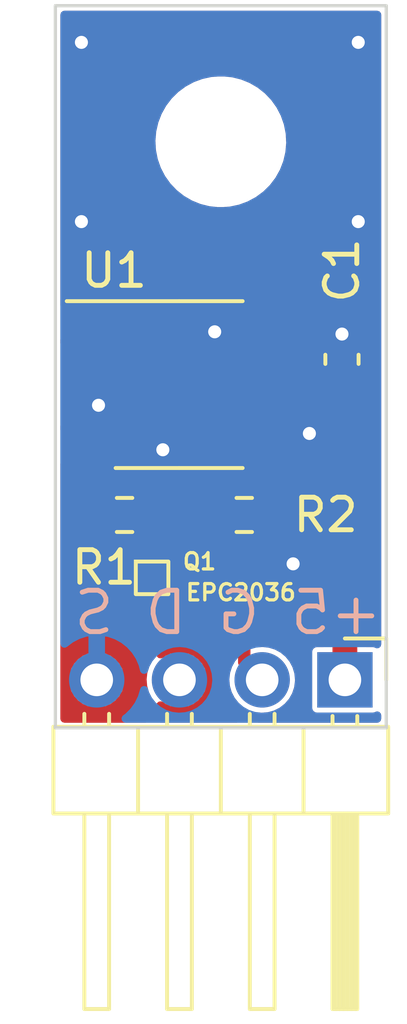
<source format=kicad_pcb>
(kicad_pcb (version 20211014) (generator pcbnew)
  (layers (0 "F.Cu" signal) (31 "B.Cu" signal) (34 "B.Paste" user) (35 "F.Paste" user) (36 "B.SilkS" user "B.Silkscreen") (37 "F.SilkS" user "F.Silkscreen") (38 "B.Mask" user) (39 "F.Mask" user) (44 "Edge.Cuts" user))
  (net 0 "")
  (net 1 "+5V")
  (net 2 "GND")
  (net 3 "/gate")
  (net 4 "/drain")
  (net 5 "Net-(Q1-Pad3)")
  (net 6 "Net-(R1-Pad1)")
  (net 7 "Net-(R2-Pad1)")
  (footprint "MountingHole:MountingHole_3.7mm" (layer "F.Cu") (at 144.78 82.55)
    (fp_text reference "REF**" hide)
    (fp_text value "MountingHole_3.7mm" hide)
    (pad "" np_thru_hole circle locked (at 0 0) (size 3.7 3.7) (drill 3.7) (layers *.Cu *.Mask))
  )
  (footprint "epc:epc2036" (layer "F.Cu") (at 142.22 96.38 90)
    (fp_text reference "Q1" (at 0.95 1.905 unlocked) (layer "F.SilkS") (effects (font (size 0.5 0.5) (thickness 0.1))))
    (fp_text value "EPC2036" (at 0 3.174993 unlocked) (layer "F.SilkS") (effects (font (size 0.5 0.5) (thickness 0.1))))
    (fp_rect (start 0.95 -0.05) (end -0.05 0.95) (layer "F.SilkS") (width 0.12) (fill none))
    (pad "1" smd circle (at 0.225 0.225 90) (size 0.2 0.2) (layers "F.Cu" "F.Paste" "F.Mask") (net 2 "GND"))
    (pad "2" smd circle (at 0.225 0.675 90) (size 0.2 0.2) (layers "F.Cu" "F.Paste" "F.Mask") (net 4 "/drain"))
    (pad "3" smd circle (at 0.675 0.225 90) (size 0.2 0.2) (layers "F.Cu" "F.Paste" "F.Mask") (net 5 "Net-(Q1-Pad3)"))
    (pad "4" smd circle (at 0.675 0.675 90) (size 0.2 0.2) (layers "F.Cu" "F.Paste" "F.Mask") (net 4 "/drain"))
  )
  (footprint "Capacitor_SMD:C_0603_1608Metric" (layer "F.Cu") (at 148.5 89.225 90)
    (fp_text reference "C1" (at 2.725 0 90) (layer "F.SilkS"))
    (fp_text value "100n" hide)
    (fp_line (start -0.14058 0.51) (end 0.14058 0.51) (layer "F.SilkS") (width 0.12))
    (fp_line (start -0.14058 -0.51) (end 0.14058 -0.51) (layer "F.SilkS") (width 0.12))
    (pad "1" smd roundrect (at -0.775 0 90) (size 0.9 0.95) (layers "F.Cu" "F.Paste" "F.Mask") (net 1 "+5V"))
    (pad "2" smd roundrect (at 0.775 0 90) (size 0.9 0.95) (layers "F.Cu" "F.Paste" "F.Mask") (net 2 "GND"))
  )
  (footprint "Resistor_SMD:R_0603_1608Metric" (layer "F.Cu") (at 145.5 94 180)
    (fp_text reference "R2" (at -2.5 0) (layer "F.SilkS"))
    (fp_text value "4.7" hide)
    (fp_line (start -0.237258 -0.5225) (end 0.237258 -0.5225) (layer "F.SilkS") (width 0.12))
    (fp_line (start -0.237258 0.5225) (end 0.237258 0.5225) (layer "F.SilkS") (width 0.12))
    (pad "1" smd roundrect (at -0.825 0 180) (size 0.8 0.95) (layers "F.Cu" "F.Paste" "F.Mask") (net 7 "Net-(R2-Pad1)"))
    (pad "2" smd roundrect (at 0.825 0 180) (size 0.8 0.95) (layers "F.Cu" "F.Paste" "F.Mask") (net 5 "Net-(Q1-Pad3)"))
  )
  (footprint "Resistor_SMD:R_0603_1608Metric" (layer "F.Cu") (at 141.825 94)
    (fp_text reference "R1" (at -0.635 1.61) (layer "F.SilkS"))
    (fp_text value "1" hide)
    (fp_line (start -0.237258 -0.5225) (end 0.237258 -0.5225) (layer "F.SilkS") (width 0.12))
    (fp_line (start -0.237258 0.5225) (end 0.237258 0.5225) (layer "F.SilkS") (width 0.12))
    (pad "1" smd roundrect (at -0.825 0) (size 0.8 0.95) (layers "F.Cu" "F.Paste" "F.Mask") (net 6 "Net-(R1-Pad1)"))
    (pad "2" smd roundrect (at 0.825 0) (size 0.8 0.95) (layers "F.Cu" "F.Paste" "F.Mask") (net 5 "Net-(Q1-Pad3)"))
  )
  (footprint "Package_SO:SOIC-8_3.9x4.9mm_P1.27mm" (layer "F.Cu") (at 143.5 90)
    (fp_text reference "U1" (at -2 -3.5) (layer "F.SilkS"))
    (fp_text value "NPC81074" hide)
    (fp_line (start 0 -2.56) (end 1.95 -2.56) (layer "F.SilkS") (width 0.12))
    (fp_line (start 0 2.56) (end -1.95 2.56) (layer "F.SilkS") (width 0.12))
    (fp_line (start 0 2.56) (end 1.95 2.56) (layer "F.SilkS") (width 0.12))
    (fp_line (start 0 -2.56) (end -3.45 -2.56) (layer "F.SilkS") (width 0.12))
    (pad "1" smd roundrect (at -2.475 -1.905) (size 1.95 0.6) (layers "F.Cu" "F.Paste" "F.Mask") (net 3 "/gate"))
    (pad "2" smd roundrect (at -2.475 -0.635) (size 1.95 0.6) (layers "F.Cu" "F.Paste" "F.Mask") (net 2 "GND"))
    (pad "3" smd roundrect (at -2.475 0.635) (size 1.95 0.6) (layers "F.Cu" "F.Paste" "F.Mask") (net 2 "GND"))
    (pad "4" smd roundrect (at -2.475 1.905) (size 1.95 0.6) (layers "F.Cu" "F.Paste" "F.Mask") (net 6 "Net-(R1-Pad1)"))
    (pad "5" smd roundrect (at 2.475 1.905) (size 1.95 0.6) (layers "F.Cu" "F.Paste" "F.Mask") (net 7 "Net-(R2-Pad1)"))
    (pad "6" smd roundrect (at 2.475 0.635) (size 1.95 0.6) (layers "F.Cu" "F.Paste" "F.Mask") (net 1 "+5V"))
    (pad "7" smd roundrect (at 2.475 -0.635) (size 1.95 0.6) (layers "F.Cu" "F.Paste" "F.Mask") (net 1 "+5V"))
    (pad "8" smd roundrect (at 2.475 -1.905) (size 1.95 0.6) (layers "F.Cu" "F.Paste" "F.Mask") (net 2 "GND"))
  )
  (footprint "Connector_PinHeader_2.54mm:PinHeader_1x04_P2.54mm_Horizontal" (layer "F.Cu") (at 148.59 99.06 -90)
    (fp_text reference "J1" hide)
    (fp_text value "Conn_01x04_Male" hide)
    (fp_line (start 1.11 -0.38) (end 1.44 -0.38) (layer "F.SilkS") (width 0.12))
    (fp_line (start 10.1 8) (end 4.1 8) (layer "F.SilkS") (width 0.12))
    (fp_line (start 1.042929 5.46) (end 1.44 5.46) (layer "F.SilkS") (width 0.12))
    (fp_line (start 1.44 6.35) (end 4.1 6.35) (layer "F.SilkS") (width 0.12))
    (fp_line (start 4.1 -0.2) (end 10.1 -0.2) (layer "F.SilkS") (width 0.12))
    (fp_line (start -1.27 0) (end -1.27 -1.27) (layer "F.SilkS") (width 0.12))
    (fp_line (start 10.1 -0.38) (end 10.1 0.38) (layer "F.SilkS") (width 0.12))
    (fp_line (start -1.27 -1.27) (end 0 -1.27) (layer "F.SilkS") (width 0.12))
    (fp_line (start 1.042929 2.92) (end 1.44 2.92) (layer "F.SilkS") (width 0.12))
    (fp_line (start 4.1 7.24) (end 10.1 7.24) (layer "F.SilkS") (width 0.12))
    (fp_line (start 4.1 0.28) (end 10.1 0.28) (layer "F.SilkS") (width 0.12))
    (fp_line (start 1.44 3.81) (end 4.1 3.81) (layer "F.SilkS") (width 0.12))
    (fp_line (start 10.1 2.92) (end 4.1 2.92) (layer "F.SilkS") (width 0.12))
    (fp_line (start 4.1 2.16) (end 10.1 2.16) (layer "F.SilkS") (width 0.12))
    (fp_line (start 4.1 4.7) (end 10.1 4.7) (layer "F.SilkS") (width 0.12))
    (fp_line (start 10.1 5.46) (end 4.1 5.46) (layer "F.SilkS") (width 0.12))
    (fp_line (start 1.042929 8) (end 1.44 8) (layer "F.SilkS") (width 0.12))
    (fp_line (start 10.1 7.24) (end 10.1 8) (layer "F.SilkS") (width 0.12))
    (fp_line (start 10.1 2.16) (end 10.1 2.92) (layer "F.SilkS") (width 0.12))
    (fp_line (start 10.1 4.7) (end 10.1 5.46) (layer "F.SilkS") (width 0.12))
    (fp_line (start 1.042929 7.24) (end 1.44 7.24) (layer "F.SilkS") (width 0.12))
    (fp_line (start 4.1 0.04) (end 10.1 0.04) (layer "F.SilkS") (width 0.12))
    (fp_line (start 4.1 -0.32) (end 10.1 -0.32) (layer "F.SilkS") (width 0.12))
    (fp_line (start 1.44 -1.33) (end 1.44 8.95) (layer "F.SilkS") (width 0.12))
    (fp_line (start 1.44 1.27) (end 4.1 1.27) (layer "F.SilkS") (width 0.12))
    (fp_line (start 1.11 0.38) (end 1.44 0.38) (layer "F.SilkS") (width 0.12))
    (fp_line (start 10.1 0.38) (end 4.1 0.38) (layer "F.SilkS") (width 0.12))
    (fp_line (start 4.1 -0.38) (end 10.1 -0.38) (layer "F.SilkS") (width 0.12))
    (fp_line (start 1.042929 2.16) (end 1.44 2.16) (layer "F.SilkS") (width 0.12))
    (fp_line (start 1.042929 4.7) (end 1.44 4.7) (layer "F.SilkS") (width 0.12))
    (fp_line (start 4.1 8.95) (end 4.1 -1.33) (layer "F.SilkS") (width 0.12))
    (fp_line (start 1.44 8.95) (end 4.1 8.95) (layer "F.SilkS") (width 0.12))
    (fp_line (start 4.1 -1.33) (end 1.44 -1.33) (layer "F.SilkS") (width 0.12))
    (fp_line (start 4.1 0.16) (end 10.1 0.16) (layer "F.SilkS") (width 0.12))
    (fp_line (start 4.1 -0.08) (end 10.1 -0.08) (layer "F.SilkS") (width 0.12))
    (pad "1" thru_hole rect (at 0 0 270) (size 1.7 1.7) (drill 1) (layers *.Cu *.Mask) (net 1 "+5V"))
    (pad "2" thru_hole oval (at 0 2.54 270) (size 1.7 1.7) (drill 1) (layers *.Cu *.Mask) (net 3 "/gate"))
    (pad "3" thru_hole oval (at 0 5.08 270) (size 1.7 1.7) (drill 1) (layers *.Cu *.Mask) (net 4 "/drain"))
    (pad "4" thru_hole oval (at 0 7.62 270) (size 1.7 1.7) (drill 1) (layers *.Cu *.Mask) (net 2 "GND"))
  )
  (gr_rect (start 149.86 78.375) (end 139.7 100.53) (layer "Edge.Cuts") (width 0.1) (fill none))
  (gr_text "+5 G D S" (at 144.999989 97.000009) (layer "B.SilkS") (effects (font (size 1.27 1.27)) (justify mirror)))
  (segment (start 148.59 90.09) (end 148.5 90) (width 0.762) (layer "F.Cu") (net 1))
  (segment (start 148.59 99.06) (end 148.59 90.09) (width 0.762) (layer "F.Cu") (net 1))
  (segment (start 146.61 90) (end 145.975 90.635) (width 0.762) (layer "F.Cu") (net 1))
  (segment (start 146.5 90) (end 145.975 89.475) (width 0.762) (layer "F.Cu") (net 1))
  (segment (start 148.5 90) (end 146.61 90) (width 0.762) (layer "F.Cu") (net 1))
  (segment (start 148.5 90) (end 146.5 90) (width 0.762) (layer "F.Cu") (net 1))
  (segment (start 145.975 89.475) (end 145.975 89.365) (width 0.762) (layer "F.Cu") (net 1))
  (segment (start 142.445 96.155) (end 140.97 97.63) (width 0.254) (layer "F.Cu") (net 2))
  (segment (start 145.975 88.095) (end 144.877679 88.095) (width 1.27) (layer "F.Cu") (net 2))
  (segment (start 140.97 97.63) (end 140.97 99.06) (width 0.254) (layer "F.Cu") (net 2))
  (segment (start 148.5 88.45) (end 148.145 88.095) (width 1.27) (layer "F.Cu") (net 2))
  (segment (start 148.145 88.095) (end 145.975 88.095) (width 1.27) (layer "F.Cu") (net 2))
  (segment (start 144.877679 88.095) (end 144.59219 88.380489) (width 1.27) (layer "F.Cu") (net 2))
  (segment (start 141.025 90.635) (end 141.025 89.365) (width 1.27) (layer "F.Cu") (net 2))
  (via (at 144.59219 88.380489) (size 0.8) (drill 0.4) (layers "F.Cu" "B.Cu") (net 2))
  (via (at 140.5 79.5) (size 0.8) (drill 0.4) (layers "F.Cu" "B.Cu") (net 2))
  (via (at 148.5 88.45) (size 0.8) (drill 0.4) (layers "F.Cu" "B.Cu") (net 2))
  (via (at 149 79.5) (size 0.8) (drill 0.4) (layers "F.Cu" "B.Cu") (net 2))
  (via (at 147.000011 95.500012) (size 0.8) (drill 0.4) (layers "F.Cu" "B.Cu") (net 2))
  (via (at 143 92) (size 0.8) (drill 0.4) (layers "F.Cu" "B.Cu") (net 2))
  (via (at 149 85) (size 0.8) (drill 0.4) (layers "F.Cu" "B.Cu") (net 2))
  (via (at 140.5 85) (size 0.8) (drill 0.4) (layers "F.Cu" "B.Cu") (net 2))
  (via (at 147.50001 91.499995) (size 0.8) (drill 0.4) (layers "F.Cu" "B.Cu") (net 2))
  (via (at 141.025 90.635) (size 0.8) (drill 0.4) (layers "F.Cu" "B.Cu") (net 2))
  (segment (start 143.279511 88.380489) (end 141.025 90.635) (width 1.27) (layer "B.Cu") (net 2))
  (segment (start 144.59219 88.380489) (end 143.279511 88.380489) (width 1.27) (layer "B.Cu") (net 2))
  (segment (start 144.60998 91.211277) (end 144.60998 92.625566) (width 0.381) (layer "F.Cu") (net 3))
  (segment (start 141.025 88.095) (end 141.493703 88.095) (width 0.381) (layer "F.Cu") (net 3))
  (segment (start 141.493703 88.095) (end 144.60998 91.211277) (width 0.381) (layer "F.Cu") (net 3))
  (segment (start 144.60998 92.625566) (end 145.5 93.515586) (width 0.381) (layer "F.Cu") (net 3))
  (segment (start 145.5 98.51) (end 146.05 99.06) (width 0.381) (layer "F.Cu") (net 3))
  (segment (start 145.5 93.515586) (end 145.5 98.51) (width 0.381) (layer "F.Cu") (net 3))
  (segment (start 143.345 96.155) (end 143.51 96.32) (width 0.254) (layer "F.Cu") (net 4))
  (segment (start 143.51 96.32) (end 143.51 99.06) (width 0.254) (layer "F.Cu") (net 4))
  (segment (start 142.895 96.155) (end 143.345 96.155) (width 0.254) (layer "F.Cu") (net 4))
  (segment (start 142.895 95.705) (end 143.51 96.32) (width 0.254) (layer "F.Cu") (net 4))
  (segment (start 142.2 95.466732) (end 142.133366 95.533366) (width 0.762) (layer "F.Cu") (net 5))
  (segment (start 142.65 94) (end 142.65 94.35) (width 0.762) (layer "F.Cu") (net 5))
  (segment (start 144.675 94) (end 143.4 94) (width 0.762) (layer "F.Cu") (net 5))
  (segment (start 142.65 94.35) (end 142.2 94.8) (width 0.762) (layer "F.Cu") (net 5))
  (segment (start 142.2 94.8) (end 142.2 95.466732) (width 0.762) (layer "F.Cu") (net 5))
  (segment (start 143.22442 94.17558) (end 143.4 94) (width 0.381) (layer "F.Cu") (net 5))
  (segment (start 143.4 94) (end 142.65 94) (width 0.762) (layer "F.Cu") (net 5))
  (segment (start 141.025 91.905) (end 141.025 93.975) (width 0.762) (layer "F.Cu") (net 6))
  (segment (start 141.025 93.975) (end 141 94) (width 0.762) (layer "F.Cu") (net 6))
  (segment (start 145.975 91.905) (end 146.325 92.255) (width 0.762) (layer "F.Cu") (net 7))
  (segment (start 146.325 92.255) (end 146.325 94) (width 0.762) (layer "F.Cu") (net 7))
  (zone (net 2) (net_name "GND") (layer "F.Cu") (connect_pads (clearance 0.1524)) (min_thickness 0.254) (fill yes (thermal_gap 0.254) (thermal_bridge_width 0.762))
    (polygon (pts (xy 150.4 100.4) (xy 145.8 100.4) (xy 145.8 95) (xy 139.5 95) (xy 138.6 78.2) (xy 150.4 78.2)))
  )
  (zone (net 4) (net_name "/drain") (layer "F.Cu") (connect_pads (clearance 0.1524)) (min_thickness 0.254) (fill yes (thermal_gap 0) (thermal_bridge_width 0.508))
    (polygon (pts (xy 145.4 100.4) (xy 142.8 100.4) (xy 142.8 95.2) (xy 145.4 95.2)))
  )
  (zone (net 2) (net_name "GND") (layer "F.Cu") (connect_pads (clearance 0.1524)) (min_thickness 0.254) (fill yes (thermal_gap 0) (thermal_bridge_width 0.508))
    (polygon (pts (xy 142.6 100.75) (xy 139.5 100.75) (xy 139.5 95) (xy 142.6 95)))
  )
  (zone (net 2) (net_name "GND") (layer "B.Cu") (connect_pads (clearance 0.1524)) (min_thickness 0.254) (fill yes (thermal_gap 0.508) (thermal_bridge_width 0.508))
    (polygon (pts (xy 150 100.5) (xy 138 100.5) (xy 138 78.2) (xy 150.5 78.2)))
  )
)
</source>
